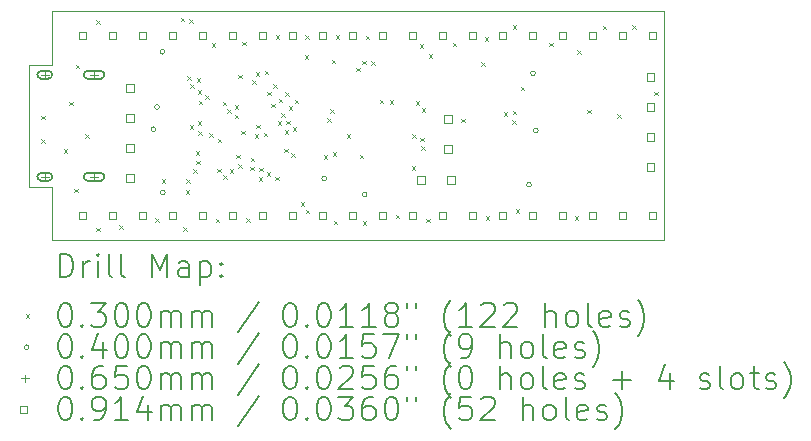
<source format=gbr>
%TF.GenerationSoftware,KiCad,Pcbnew,(6.0.7-1)-1*%
%TF.CreationDate,2022-09-08T10:24:58-04:00*%
%TF.ProjectId,F405_pill,46343035-5f70-4696-9c6c-2e6b69636164,rev?*%
%TF.SameCoordinates,Original*%
%TF.FileFunction,Drillmap*%
%TF.FilePolarity,Positive*%
%FSLAX45Y45*%
G04 Gerber Fmt 4.5, Leading zero omitted, Abs format (unit mm)*
G04 Created by KiCad (PCBNEW (6.0.7-1)-1) date 2022-09-08 10:24:58*
%MOMM*%
%LPD*%
G01*
G04 APERTURE LIST*
%ADD10C,0.040000*%
%ADD11C,0.200000*%
%ADD12C,0.030000*%
%ADD13C,0.065000*%
%ADD14C,0.091400*%
G04 APERTURE END LIST*
D10*
X14813197Y-9440790D02*
X14813197Y-7498829D01*
X9631190Y-7498829D02*
X9631190Y-7956095D01*
X9437275Y-7956095D02*
X9437275Y-8992313D01*
X9437275Y-8992313D02*
X9631190Y-8992313D01*
X9631190Y-7956095D02*
X9437275Y-7956095D01*
X9631190Y-8992313D02*
X9631190Y-9440790D01*
X14813197Y-7498829D02*
X9631190Y-7498829D01*
X9631190Y-9440790D02*
X14813197Y-9440790D01*
D11*
D12*
X9537000Y-8584000D02*
X9567000Y-8614000D01*
X9567000Y-8584000D02*
X9537000Y-8614000D01*
X9540000Y-8387000D02*
X9570000Y-8417000D01*
X9570000Y-8387000D02*
X9540000Y-8417000D01*
X9729357Y-8670327D02*
X9759357Y-8700327D01*
X9759357Y-8670327D02*
X9729357Y-8700327D01*
X9775750Y-8269000D02*
X9805750Y-8299000D01*
X9805750Y-8269000D02*
X9775750Y-8299000D01*
X9815501Y-9003499D02*
X9845501Y-9033499D01*
X9845501Y-9003499D02*
X9815501Y-9033499D01*
X9829000Y-7956000D02*
X9859000Y-7986000D01*
X9859000Y-7956000D02*
X9829000Y-7986000D01*
X9911000Y-8545000D02*
X9941000Y-8575000D01*
X9941000Y-8545000D02*
X9911000Y-8575000D01*
X10003200Y-7576200D02*
X10033200Y-7606200D01*
X10033200Y-7576200D02*
X10003200Y-7606200D01*
X10003200Y-9333930D02*
X10033200Y-9363930D01*
X10033200Y-9333930D02*
X10003200Y-9363930D01*
X10200000Y-9312000D02*
X10230000Y-9342000D01*
X10230000Y-9312000D02*
X10200000Y-9342000D01*
X10505000Y-9254000D02*
X10535000Y-9284000D01*
X10535000Y-9254000D02*
X10505000Y-9284000D01*
X10559100Y-8922900D02*
X10589100Y-8952900D01*
X10589100Y-8922900D02*
X10559100Y-8952900D01*
X10718000Y-7555000D02*
X10748000Y-7585000D01*
X10748000Y-7555000D02*
X10718000Y-7585000D01*
X10741000Y-9330000D02*
X10771000Y-9360000D01*
X10771000Y-9330000D02*
X10741000Y-9360000D01*
X10761000Y-9017000D02*
X10791000Y-9047000D01*
X10791000Y-9017000D02*
X10761000Y-9047000D01*
X10766400Y-8923300D02*
X10796400Y-8953300D01*
X10796400Y-8923300D02*
X10766400Y-8953300D01*
X10776000Y-8050450D02*
X10806000Y-8080450D01*
X10806000Y-8050450D02*
X10776000Y-8080450D01*
X10789912Y-7570912D02*
X10819912Y-7600912D01*
X10819912Y-7570912D02*
X10789912Y-7600912D01*
X10793900Y-8465800D02*
X10823900Y-8495800D01*
X10823900Y-8465800D02*
X10793900Y-8495800D01*
X10799000Y-8119764D02*
X10829000Y-8149764D01*
X10829000Y-8119764D02*
X10799000Y-8149764D01*
X10824000Y-8841000D02*
X10854000Y-8871000D01*
X10854000Y-8841000D02*
X10824000Y-8871000D01*
X10846400Y-8685800D02*
X10876400Y-8715800D01*
X10876400Y-8685800D02*
X10846400Y-8715800D01*
X10852000Y-8767000D02*
X10882000Y-8797000D01*
X10882000Y-8767000D02*
X10852000Y-8797000D01*
X10854000Y-8068000D02*
X10884000Y-8098000D01*
X10884000Y-8068000D02*
X10854000Y-8098000D01*
X10865000Y-8170000D02*
X10895000Y-8200000D01*
X10895000Y-8170000D02*
X10865000Y-8200000D01*
X10865000Y-8435000D02*
X10895000Y-8465000D01*
X10895000Y-8435000D02*
X10865000Y-8465000D01*
X10868900Y-8515800D02*
X10898900Y-8545800D01*
X10898900Y-8515800D02*
X10868900Y-8545800D01*
X10871400Y-8258300D02*
X10901400Y-8288300D01*
X10901400Y-8258300D02*
X10871400Y-8288300D01*
X10928000Y-8211000D02*
X10958000Y-8241000D01*
X10958000Y-8211000D02*
X10928000Y-8241000D01*
X10962238Y-8534962D02*
X10992238Y-8564962D01*
X10992238Y-8534962D02*
X10962238Y-8564962D01*
X10982209Y-7770556D02*
X11012209Y-7800556D01*
X11012209Y-7770556D02*
X10982209Y-7800556D01*
X11016000Y-9258000D02*
X11046000Y-9288000D01*
X11046000Y-9258000D02*
X11016000Y-9288000D01*
X11028850Y-8835000D02*
X11058850Y-8865000D01*
X11058850Y-8835000D02*
X11028850Y-8865000D01*
X11033330Y-8582670D02*
X11063330Y-8612670D01*
X11063330Y-8582670D02*
X11033330Y-8612670D01*
X11073050Y-8267000D02*
X11103050Y-8297000D01*
X11103050Y-8267000D02*
X11073050Y-8297000D01*
X11081000Y-8891000D02*
X11111000Y-8921000D01*
X11111000Y-8891000D02*
X11081000Y-8921000D01*
X11114000Y-8332000D02*
X11144000Y-8362000D01*
X11144000Y-8332000D02*
X11114000Y-8362000D01*
X11135000Y-8838000D02*
X11165000Y-8868000D01*
X11165000Y-8838000D02*
X11135000Y-8868000D01*
X11176884Y-8295266D02*
X11206884Y-8325266D01*
X11206884Y-8295266D02*
X11176884Y-8325266D01*
X11177000Y-8377000D02*
X11207000Y-8407000D01*
X11207000Y-8377000D02*
X11177000Y-8407000D01*
X11187000Y-8717000D02*
X11217000Y-8747000D01*
X11217000Y-8717000D02*
X11187000Y-8747000D01*
X11203900Y-8795800D02*
X11233900Y-8825800D01*
X11233900Y-8795800D02*
X11203900Y-8825800D01*
X11208000Y-8040000D02*
X11238000Y-8070000D01*
X11238000Y-8040000D02*
X11208000Y-8070000D01*
X11231000Y-8515000D02*
X11261000Y-8545000D01*
X11261000Y-8515000D02*
X11231000Y-8545000D01*
X11241000Y-7758000D02*
X11271000Y-7788000D01*
X11271000Y-7758000D02*
X11241000Y-7788000D01*
X11275000Y-9254000D02*
X11305000Y-9284000D01*
X11305000Y-9254000D02*
X11275000Y-9284000D01*
X11309150Y-8818000D02*
X11339150Y-8848000D01*
X11339150Y-8818000D02*
X11309150Y-8848000D01*
X11311400Y-8743300D02*
X11341400Y-8773300D01*
X11341400Y-8743300D02*
X11311400Y-8773300D01*
X11326400Y-8085800D02*
X11356400Y-8115800D01*
X11356400Y-8085800D02*
X11326400Y-8115800D01*
X11347000Y-8545000D02*
X11377000Y-8575000D01*
X11377000Y-8545000D02*
X11347000Y-8575000D01*
X11355000Y-8016000D02*
X11385000Y-8046000D01*
X11385000Y-8016000D02*
X11355000Y-8046000D01*
X11358200Y-8461200D02*
X11388200Y-8491200D01*
X11388200Y-8461200D02*
X11358200Y-8491200D01*
X11379539Y-8906027D02*
X11409539Y-8936027D01*
X11409539Y-8906027D02*
X11379539Y-8936027D01*
X11383000Y-8828000D02*
X11413000Y-8858000D01*
X11413000Y-8828000D02*
X11383000Y-8858000D01*
X11420700Y-8531200D02*
X11450700Y-8561200D01*
X11450700Y-8531200D02*
X11420700Y-8561200D01*
X11428965Y-8003965D02*
X11458965Y-8033965D01*
X11458965Y-8003965D02*
X11428965Y-8033965D01*
X11449000Y-8866550D02*
X11479000Y-8896550D01*
X11479000Y-8866550D02*
X11449000Y-8896550D01*
X11453000Y-8185000D02*
X11483000Y-8215000D01*
X11483000Y-8185000D02*
X11453000Y-8215000D01*
X11484000Y-8286000D02*
X11514000Y-8316000D01*
X11514000Y-8286000D02*
X11484000Y-8316000D01*
X11501000Y-8119000D02*
X11531000Y-8149000D01*
X11531000Y-8119000D02*
X11501000Y-8149000D01*
X11519000Y-8902000D02*
X11549000Y-8932000D01*
X11549000Y-8902000D02*
X11519000Y-8932000D01*
X11524000Y-7703000D02*
X11554000Y-7733000D01*
X11554000Y-7703000D02*
X11524000Y-7733000D01*
X11539000Y-8434000D02*
X11569000Y-8464000D01*
X11569000Y-8434000D02*
X11539000Y-8464000D01*
X11549000Y-8241000D02*
X11579000Y-8271000D01*
X11579000Y-8241000D02*
X11549000Y-8271000D01*
X11568900Y-8363300D02*
X11598900Y-8393300D01*
X11598900Y-8363300D02*
X11568900Y-8393300D01*
X11594499Y-8666501D02*
X11624499Y-8696501D01*
X11624499Y-8666501D02*
X11594499Y-8696501D01*
X11601000Y-8508050D02*
X11631000Y-8538050D01*
X11631000Y-8508050D02*
X11601000Y-8538050D01*
X11602000Y-8188781D02*
X11632000Y-8218781D01*
X11632000Y-8188781D02*
X11602000Y-8218781D01*
X11611400Y-8430350D02*
X11641400Y-8460350D01*
X11641400Y-8430350D02*
X11611400Y-8460350D01*
X11633900Y-8305800D02*
X11663900Y-8335800D01*
X11663900Y-8305800D02*
X11633900Y-8335800D01*
X11655898Y-8706102D02*
X11685898Y-8736102D01*
X11685898Y-8706102D02*
X11655898Y-8736102D01*
X11668900Y-8482800D02*
X11698900Y-8512800D01*
X11698900Y-8482800D02*
X11668900Y-8512800D01*
X11686000Y-8250000D02*
X11716000Y-8280000D01*
X11716000Y-8250000D02*
X11686000Y-8280000D01*
X11737000Y-9117000D02*
X11767000Y-9147000D01*
X11767000Y-9117000D02*
X11737000Y-9147000D01*
X11768107Y-7875000D02*
X11798107Y-7905000D01*
X11798107Y-7875000D02*
X11768107Y-7905000D01*
X11775000Y-7703000D02*
X11805000Y-7733000D01*
X11805000Y-7703000D02*
X11775000Y-7733000D01*
X11779000Y-9183000D02*
X11809000Y-9213000D01*
X11809000Y-9183000D02*
X11779000Y-9213000D01*
X11928200Y-8721200D02*
X11958200Y-8751200D01*
X11958200Y-8721200D02*
X11928200Y-8751200D01*
X11958900Y-8405800D02*
X11988900Y-8435800D01*
X11988900Y-8405800D02*
X11958900Y-8435800D01*
X11983000Y-8330000D02*
X12013000Y-8360000D01*
X12013000Y-8330000D02*
X11983000Y-8360000D01*
X11998000Y-7913000D02*
X12028000Y-7943000D01*
X12028000Y-7913000D02*
X11998000Y-7943000D01*
X12005000Y-8694150D02*
X12035000Y-8724150D01*
X12035000Y-8694150D02*
X12005000Y-8724150D01*
X12013680Y-9276320D02*
X12043680Y-9306320D01*
X12043680Y-9276320D02*
X12013680Y-9306320D01*
X12031000Y-7707000D02*
X12061000Y-7737000D01*
X12061000Y-7707000D02*
X12031000Y-7737000D01*
X12125000Y-8545000D02*
X12155000Y-8575000D01*
X12155000Y-8545000D02*
X12125000Y-8575000D01*
X12203000Y-7978350D02*
X12233000Y-8008350D01*
X12233000Y-7978350D02*
X12203000Y-8008350D01*
X12233000Y-8715000D02*
X12263000Y-8745000D01*
X12263000Y-8715000D02*
X12233000Y-8745000D01*
X12254000Y-7921000D02*
X12284000Y-7951000D01*
X12284000Y-7921000D02*
X12254000Y-7951000D01*
X12259000Y-9279050D02*
X12289000Y-9309050D01*
X12289000Y-9279050D02*
X12259000Y-9309050D01*
X12285000Y-7710000D02*
X12315000Y-7740000D01*
X12315000Y-7710000D02*
X12285000Y-7740000D01*
X12332000Y-7927000D02*
X12362000Y-7957000D01*
X12362000Y-7927000D02*
X12332000Y-7957000D01*
X12406000Y-8252000D02*
X12436000Y-8282000D01*
X12436000Y-8252000D02*
X12406000Y-8282000D01*
X12487000Y-8253000D02*
X12517000Y-8283000D01*
X12517000Y-8253000D02*
X12487000Y-8283000D01*
X12538000Y-9226000D02*
X12568000Y-9256000D01*
X12568000Y-9226000D02*
X12538000Y-9256000D01*
X12674000Y-8812000D02*
X12704000Y-8842000D01*
X12704000Y-8812000D02*
X12674000Y-8842000D01*
X12680000Y-8540950D02*
X12710000Y-8570950D01*
X12710000Y-8540950D02*
X12680000Y-8570950D01*
X12708000Y-8263000D02*
X12738000Y-8293000D01*
X12738000Y-8263000D02*
X12708000Y-8293000D01*
X12742000Y-7781000D02*
X12772000Y-7811000D01*
X12772000Y-7781000D02*
X12742000Y-7811000D01*
X12747000Y-8571000D02*
X12777000Y-8601000D01*
X12777000Y-8571000D02*
X12747000Y-8601000D01*
X12755000Y-8645000D02*
X12785000Y-8675000D01*
X12785000Y-8645000D02*
X12755000Y-8675000D01*
X12758000Y-8323000D02*
X12788000Y-8353000D01*
X12788000Y-8323000D02*
X12758000Y-8353000D01*
X12797000Y-9260000D02*
X12827000Y-9290000D01*
X12827000Y-9260000D02*
X12797000Y-9290000D01*
X12820000Y-7866000D02*
X12850000Y-7896000D01*
X12850000Y-7866000D02*
X12820000Y-7896000D01*
X13021000Y-7769000D02*
X13051000Y-7799000D01*
X13051000Y-7769000D02*
X13021000Y-7799000D01*
X13094000Y-8410000D02*
X13124000Y-8440000D01*
X13124000Y-8410000D02*
X13094000Y-8440000D01*
X13265000Y-7935000D02*
X13295000Y-7965000D01*
X13295000Y-7935000D02*
X13265000Y-7965000D01*
X13295000Y-7722000D02*
X13325000Y-7752000D01*
X13325000Y-7722000D02*
X13295000Y-7752000D01*
X13302000Y-9239000D02*
X13332000Y-9269000D01*
X13332000Y-9239000D02*
X13302000Y-9269000D01*
X13455000Y-8355000D02*
X13485000Y-8385000D01*
X13485000Y-8355000D02*
X13455000Y-8385000D01*
X13525000Y-8425000D02*
X13555000Y-8455000D01*
X13555000Y-8425000D02*
X13525000Y-8455000D01*
X13529000Y-7621000D02*
X13559000Y-7651000D01*
X13559000Y-7621000D02*
X13529000Y-7651000D01*
X13532000Y-8346000D02*
X13562000Y-8376000D01*
X13562000Y-8346000D02*
X13532000Y-8376000D01*
X13555000Y-9176000D02*
X13585000Y-9206000D01*
X13585000Y-9176000D02*
X13555000Y-9206000D01*
X13599066Y-8139066D02*
X13629066Y-8169066D01*
X13629066Y-8139066D02*
X13599066Y-8169066D01*
X13841000Y-7767000D02*
X13871000Y-7797000D01*
X13871000Y-7767000D02*
X13841000Y-7797000D01*
X14055000Y-9237000D02*
X14085000Y-9267000D01*
X14085000Y-9237000D02*
X14055000Y-9267000D01*
X14078200Y-7830200D02*
X14108200Y-7860200D01*
X14108200Y-7830200D02*
X14078200Y-7860200D01*
X14163200Y-8336200D02*
X14193200Y-8366200D01*
X14193200Y-8336200D02*
X14163200Y-8366200D01*
X14294000Y-7626000D02*
X14324000Y-7656000D01*
X14324000Y-7626000D02*
X14294000Y-7656000D01*
X14415000Y-8375000D02*
X14445000Y-8405000D01*
X14445000Y-8375000D02*
X14415000Y-8405000D01*
X14542000Y-7622000D02*
X14572000Y-7652000D01*
X14572000Y-7622000D02*
X14542000Y-7652000D01*
X14728000Y-8185000D02*
X14758000Y-8215000D01*
X14758000Y-8185000D02*
X14728000Y-8215000D01*
D10*
X10507600Y-8501300D02*
G75*
G03*
X10507600Y-8501300I-20000J0D01*
G01*
X10538200Y-8311200D02*
G75*
G03*
X10538200Y-8311200I-20000J0D01*
G01*
X10583400Y-7845600D02*
G75*
G03*
X10583400Y-7845600I-20000J0D01*
G01*
X10586700Y-9035400D02*
G75*
G03*
X10586700Y-9035400I-20000J0D01*
G01*
X11953700Y-8919670D02*
G75*
G03*
X11953700Y-8919670I-20000J0D01*
G01*
X12296600Y-9052100D02*
G75*
G03*
X12296600Y-9052100I-20000J0D01*
G01*
X13688200Y-8971200D02*
G75*
G03*
X13688200Y-8971200I-20000J0D01*
G01*
X13721663Y-8027066D02*
G75*
G03*
X13721663Y-8027066I-20000J0D01*
G01*
X13745000Y-8512600D02*
G75*
G03*
X13745000Y-8512600I-20000J0D01*
G01*
D13*
X9568200Y-8006700D02*
X9568200Y-8071700D01*
X9535700Y-8039200D02*
X9600700Y-8039200D01*
D11*
X9598200Y-8006700D02*
X9538200Y-8006700D01*
X9598200Y-8071700D02*
X9538200Y-8071700D01*
X9538200Y-8006700D02*
G75*
G03*
X9538200Y-8071700I0J-32500D01*
G01*
X9598200Y-8071700D02*
G75*
G03*
X9598200Y-8006700I0J32500D01*
G01*
D13*
X9568200Y-8870700D02*
X9568200Y-8935700D01*
X9535700Y-8903200D02*
X9600700Y-8903200D01*
D11*
X9598200Y-8870700D02*
X9538200Y-8870700D01*
X9598200Y-8935700D02*
X9538200Y-8935700D01*
X9538200Y-8870700D02*
G75*
G03*
X9538200Y-8935700I0J-32500D01*
G01*
X9598200Y-8935700D02*
G75*
G03*
X9598200Y-8870700I0J32500D01*
G01*
D13*
X9986200Y-8006700D02*
X9986200Y-8071700D01*
X9953700Y-8039200D02*
X10018700Y-8039200D01*
D11*
X10041200Y-8006700D02*
X9931200Y-8006700D01*
X10041200Y-8071700D02*
X9931200Y-8071700D01*
X9931200Y-8006700D02*
G75*
G03*
X9931200Y-8071700I0J-32500D01*
G01*
X10041200Y-8071700D02*
G75*
G03*
X10041200Y-8006700I0J32500D01*
G01*
D13*
X9986200Y-8870700D02*
X9986200Y-8935700D01*
X9953700Y-8903200D02*
X10018700Y-8903200D01*
D11*
X10041200Y-8870700D02*
X9931200Y-8870700D01*
X10041200Y-8935700D02*
X9931200Y-8935700D01*
X9931200Y-8870700D02*
G75*
G03*
X9931200Y-8935700I0J-32500D01*
G01*
X10041200Y-8935700D02*
G75*
G03*
X10041200Y-8870700I0J32500D01*
G01*
D14*
X9921015Y-7738015D02*
X9921015Y-7673385D01*
X9856385Y-7673385D01*
X9856385Y-7738015D01*
X9921015Y-7738015D01*
X9921015Y-9262015D02*
X9921015Y-9197385D01*
X9856385Y-9197385D01*
X9856385Y-9262015D01*
X9921015Y-9262015D01*
X10175015Y-7738015D02*
X10175015Y-7673385D01*
X10110385Y-7673385D01*
X10110385Y-7738015D01*
X10175015Y-7738015D01*
X10175015Y-9262015D02*
X10175015Y-9197385D01*
X10110385Y-9197385D01*
X10110385Y-9262015D01*
X10175015Y-9262015D01*
X10320515Y-8182515D02*
X10320515Y-8117885D01*
X10255885Y-8117885D01*
X10255885Y-8182515D01*
X10320515Y-8182515D01*
X10320515Y-8436515D02*
X10320515Y-8371885D01*
X10255885Y-8371885D01*
X10255885Y-8436515D01*
X10320515Y-8436515D01*
X10320515Y-8690515D02*
X10320515Y-8625885D01*
X10255885Y-8625885D01*
X10255885Y-8690515D01*
X10320515Y-8690515D01*
X10320515Y-8944515D02*
X10320515Y-8879885D01*
X10255885Y-8879885D01*
X10255885Y-8944515D01*
X10320515Y-8944515D01*
X10429015Y-7738015D02*
X10429015Y-7673385D01*
X10364385Y-7673385D01*
X10364385Y-7738015D01*
X10429015Y-7738015D01*
X10429015Y-9262015D02*
X10429015Y-9197385D01*
X10364385Y-9197385D01*
X10364385Y-9262015D01*
X10429015Y-9262015D01*
X10683015Y-7738015D02*
X10683015Y-7673385D01*
X10618385Y-7673385D01*
X10618385Y-7738015D01*
X10683015Y-7738015D01*
X10683015Y-9262015D02*
X10683015Y-9197385D01*
X10618385Y-9197385D01*
X10618385Y-9262015D01*
X10683015Y-9262015D01*
X10937015Y-7738015D02*
X10937015Y-7673385D01*
X10872385Y-7673385D01*
X10872385Y-7738015D01*
X10937015Y-7738015D01*
X10937015Y-9262015D02*
X10937015Y-9197385D01*
X10872385Y-9197385D01*
X10872385Y-9262015D01*
X10937015Y-9262015D01*
X11191015Y-7738015D02*
X11191015Y-7673385D01*
X11126385Y-7673385D01*
X11126385Y-7738015D01*
X11191015Y-7738015D01*
X11191015Y-9262015D02*
X11191015Y-9197385D01*
X11126385Y-9197385D01*
X11126385Y-9262015D01*
X11191015Y-9262015D01*
X11442655Y-9263014D02*
X11442655Y-9198384D01*
X11378024Y-9198384D01*
X11378024Y-9263014D01*
X11442655Y-9263014D01*
X11445015Y-7738015D02*
X11445015Y-7673385D01*
X11380385Y-7673385D01*
X11380385Y-7738015D01*
X11445015Y-7738015D01*
X11699015Y-7738015D02*
X11699015Y-7673385D01*
X11634385Y-7673385D01*
X11634385Y-7738015D01*
X11699015Y-7738015D01*
X11699015Y-9262015D02*
X11699015Y-9197385D01*
X11634385Y-9197385D01*
X11634385Y-9262015D01*
X11699015Y-9262015D01*
X11953015Y-7738015D02*
X11953015Y-7673385D01*
X11888385Y-7673385D01*
X11888385Y-7738015D01*
X11953015Y-7738015D01*
X11953015Y-9262015D02*
X11953015Y-9197385D01*
X11888385Y-9197385D01*
X11888385Y-9262015D01*
X11953015Y-9262015D01*
X12207015Y-7738015D02*
X12207015Y-7673385D01*
X12142385Y-7673385D01*
X12142385Y-7738015D01*
X12207015Y-7738015D01*
X12207015Y-9262015D02*
X12207015Y-9197385D01*
X12142385Y-9197385D01*
X12142385Y-9262015D01*
X12207015Y-9262015D01*
X12461015Y-7738015D02*
X12461015Y-7673385D01*
X12396385Y-7673385D01*
X12396385Y-7738015D01*
X12461015Y-7738015D01*
X12461015Y-9262015D02*
X12461015Y-9197385D01*
X12396385Y-9197385D01*
X12396385Y-9262015D01*
X12461015Y-9262015D01*
X12715015Y-7738015D02*
X12715015Y-7673385D01*
X12650385Y-7673385D01*
X12650385Y-7738015D01*
X12715015Y-7738015D01*
X12715015Y-9262015D02*
X12715015Y-9197385D01*
X12650385Y-9197385D01*
X12650385Y-9262015D01*
X12715015Y-9262015D01*
X12785315Y-8962315D02*
X12785315Y-8897685D01*
X12720685Y-8897685D01*
X12720685Y-8962315D01*
X12785315Y-8962315D01*
X12969015Y-7738015D02*
X12969015Y-7673385D01*
X12904385Y-7673385D01*
X12904385Y-7738015D01*
X12969015Y-7738015D01*
X12969015Y-9262015D02*
X12969015Y-9197385D01*
X12904385Y-9197385D01*
X12904385Y-9262015D01*
X12969015Y-9262015D01*
X13012315Y-8445315D02*
X13012315Y-8380685D01*
X12947685Y-8380685D01*
X12947685Y-8445315D01*
X13012315Y-8445315D01*
X13012315Y-8699315D02*
X13012315Y-8634685D01*
X12947685Y-8634685D01*
X12947685Y-8699315D01*
X13012315Y-8699315D01*
X13039315Y-8962315D02*
X13039315Y-8897685D01*
X12974685Y-8897685D01*
X12974685Y-8962315D01*
X13039315Y-8962315D01*
X13223015Y-7738015D02*
X13223015Y-7673385D01*
X13158385Y-7673385D01*
X13158385Y-7738015D01*
X13223015Y-7738015D01*
X13223015Y-9262015D02*
X13223015Y-9197385D01*
X13158385Y-9197385D01*
X13158385Y-9262015D01*
X13223015Y-9262015D01*
X13477015Y-7738015D02*
X13477015Y-7673385D01*
X13412385Y-7673385D01*
X13412385Y-7738015D01*
X13477015Y-7738015D01*
X13477015Y-9262015D02*
X13477015Y-9197385D01*
X13412385Y-9197385D01*
X13412385Y-9262015D01*
X13477015Y-9262015D01*
X13731015Y-7738015D02*
X13731015Y-7673385D01*
X13666385Y-7673385D01*
X13666385Y-7738015D01*
X13731015Y-7738015D01*
X13731015Y-9262015D02*
X13731015Y-9197385D01*
X13666385Y-9197385D01*
X13666385Y-9262015D01*
X13731015Y-9262015D01*
X13985015Y-7738015D02*
X13985015Y-7673385D01*
X13920385Y-7673385D01*
X13920385Y-7738015D01*
X13985015Y-7738015D01*
X13985015Y-9262015D02*
X13985015Y-9197385D01*
X13920385Y-9197385D01*
X13920385Y-9262015D01*
X13985015Y-9262015D01*
X14239015Y-7738015D02*
X14239015Y-7673385D01*
X14174385Y-7673385D01*
X14174385Y-7738015D01*
X14239015Y-7738015D01*
X14239015Y-9262015D02*
X14239015Y-9197385D01*
X14174385Y-9197385D01*
X14174385Y-9262015D01*
X14239015Y-9262015D01*
X14493015Y-7738015D02*
X14493015Y-7673385D01*
X14428385Y-7673385D01*
X14428385Y-7738015D01*
X14493015Y-7738015D01*
X14493015Y-9262015D02*
X14493015Y-9197385D01*
X14428385Y-9197385D01*
X14428385Y-9262015D01*
X14493015Y-9262015D01*
X14730515Y-8092515D02*
X14730515Y-8027885D01*
X14665885Y-8027885D01*
X14665885Y-8092515D01*
X14730515Y-8092515D01*
X14730515Y-8346515D02*
X14730515Y-8281885D01*
X14665885Y-8281885D01*
X14665885Y-8346515D01*
X14730515Y-8346515D01*
X14730515Y-8600515D02*
X14730515Y-8535885D01*
X14665885Y-8535885D01*
X14665885Y-8600515D01*
X14730515Y-8600515D01*
X14730515Y-8854515D02*
X14730515Y-8789885D01*
X14665885Y-8789885D01*
X14665885Y-8854515D01*
X14730515Y-8854515D01*
X14747015Y-7738015D02*
X14747015Y-7673385D01*
X14682385Y-7673385D01*
X14682385Y-7738015D01*
X14747015Y-7738015D01*
X14747015Y-9262015D02*
X14747015Y-9197385D01*
X14682385Y-9197385D01*
X14682385Y-9262015D01*
X14747015Y-9262015D01*
D11*
X9692894Y-9753266D02*
X9692894Y-9553266D01*
X9740513Y-9553266D01*
X9769084Y-9562790D01*
X9788132Y-9581838D01*
X9797656Y-9600886D01*
X9807180Y-9638981D01*
X9807180Y-9667552D01*
X9797656Y-9705647D01*
X9788132Y-9724695D01*
X9769084Y-9743743D01*
X9740513Y-9753266D01*
X9692894Y-9753266D01*
X9892894Y-9753266D02*
X9892894Y-9619933D01*
X9892894Y-9658028D02*
X9902418Y-9638981D01*
X9911942Y-9629457D01*
X9930989Y-9619933D01*
X9950037Y-9619933D01*
X10016703Y-9753266D02*
X10016703Y-9619933D01*
X10016703Y-9553266D02*
X10007180Y-9562790D01*
X10016703Y-9572314D01*
X10026227Y-9562790D01*
X10016703Y-9553266D01*
X10016703Y-9572314D01*
X10140513Y-9753266D02*
X10121465Y-9743743D01*
X10111942Y-9724695D01*
X10111942Y-9553266D01*
X10245275Y-9753266D02*
X10226227Y-9743743D01*
X10216703Y-9724695D01*
X10216703Y-9553266D01*
X10473846Y-9753266D02*
X10473846Y-9553266D01*
X10540513Y-9696124D01*
X10607180Y-9553266D01*
X10607180Y-9753266D01*
X10788132Y-9753266D02*
X10788132Y-9648505D01*
X10778608Y-9629457D01*
X10759561Y-9619933D01*
X10721465Y-9619933D01*
X10702418Y-9629457D01*
X10788132Y-9743743D02*
X10769084Y-9753266D01*
X10721465Y-9753266D01*
X10702418Y-9743743D01*
X10692894Y-9724695D01*
X10692894Y-9705647D01*
X10702418Y-9686600D01*
X10721465Y-9677076D01*
X10769084Y-9677076D01*
X10788132Y-9667552D01*
X10883370Y-9619933D02*
X10883370Y-9819933D01*
X10883370Y-9629457D02*
X10902418Y-9619933D01*
X10940513Y-9619933D01*
X10959561Y-9629457D01*
X10969084Y-9638981D01*
X10978608Y-9658028D01*
X10978608Y-9715171D01*
X10969084Y-9734219D01*
X10959561Y-9743743D01*
X10940513Y-9753266D01*
X10902418Y-9753266D01*
X10883370Y-9743743D01*
X11064323Y-9734219D02*
X11073846Y-9743743D01*
X11064323Y-9753266D01*
X11054799Y-9743743D01*
X11064323Y-9734219D01*
X11064323Y-9753266D01*
X11064323Y-9629457D02*
X11073846Y-9638981D01*
X11064323Y-9648505D01*
X11054799Y-9638981D01*
X11064323Y-9629457D01*
X11064323Y-9648505D01*
D12*
X9405275Y-10067790D02*
X9435275Y-10097790D01*
X9435275Y-10067790D02*
X9405275Y-10097790D01*
D11*
X9730989Y-9973266D02*
X9750037Y-9973266D01*
X9769084Y-9982790D01*
X9778608Y-9992314D01*
X9788132Y-10011362D01*
X9797656Y-10049457D01*
X9797656Y-10097076D01*
X9788132Y-10135171D01*
X9778608Y-10154219D01*
X9769084Y-10163743D01*
X9750037Y-10173266D01*
X9730989Y-10173266D01*
X9711942Y-10163743D01*
X9702418Y-10154219D01*
X9692894Y-10135171D01*
X9683370Y-10097076D01*
X9683370Y-10049457D01*
X9692894Y-10011362D01*
X9702418Y-9992314D01*
X9711942Y-9982790D01*
X9730989Y-9973266D01*
X9883370Y-10154219D02*
X9892894Y-10163743D01*
X9883370Y-10173266D01*
X9873846Y-10163743D01*
X9883370Y-10154219D01*
X9883370Y-10173266D01*
X9959561Y-9973266D02*
X10083370Y-9973266D01*
X10016703Y-10049457D01*
X10045275Y-10049457D01*
X10064323Y-10058981D01*
X10073846Y-10068505D01*
X10083370Y-10087552D01*
X10083370Y-10135171D01*
X10073846Y-10154219D01*
X10064323Y-10163743D01*
X10045275Y-10173266D01*
X9988132Y-10173266D01*
X9969084Y-10163743D01*
X9959561Y-10154219D01*
X10207180Y-9973266D02*
X10226227Y-9973266D01*
X10245275Y-9982790D01*
X10254799Y-9992314D01*
X10264323Y-10011362D01*
X10273846Y-10049457D01*
X10273846Y-10097076D01*
X10264323Y-10135171D01*
X10254799Y-10154219D01*
X10245275Y-10163743D01*
X10226227Y-10173266D01*
X10207180Y-10173266D01*
X10188132Y-10163743D01*
X10178608Y-10154219D01*
X10169084Y-10135171D01*
X10159561Y-10097076D01*
X10159561Y-10049457D01*
X10169084Y-10011362D01*
X10178608Y-9992314D01*
X10188132Y-9982790D01*
X10207180Y-9973266D01*
X10397656Y-9973266D02*
X10416703Y-9973266D01*
X10435751Y-9982790D01*
X10445275Y-9992314D01*
X10454799Y-10011362D01*
X10464323Y-10049457D01*
X10464323Y-10097076D01*
X10454799Y-10135171D01*
X10445275Y-10154219D01*
X10435751Y-10163743D01*
X10416703Y-10173266D01*
X10397656Y-10173266D01*
X10378608Y-10163743D01*
X10369084Y-10154219D01*
X10359561Y-10135171D01*
X10350037Y-10097076D01*
X10350037Y-10049457D01*
X10359561Y-10011362D01*
X10369084Y-9992314D01*
X10378608Y-9982790D01*
X10397656Y-9973266D01*
X10550037Y-10173266D02*
X10550037Y-10039933D01*
X10550037Y-10058981D02*
X10559561Y-10049457D01*
X10578608Y-10039933D01*
X10607180Y-10039933D01*
X10626227Y-10049457D01*
X10635751Y-10068505D01*
X10635751Y-10173266D01*
X10635751Y-10068505D02*
X10645275Y-10049457D01*
X10664323Y-10039933D01*
X10692894Y-10039933D01*
X10711942Y-10049457D01*
X10721465Y-10068505D01*
X10721465Y-10173266D01*
X10816703Y-10173266D02*
X10816703Y-10039933D01*
X10816703Y-10058981D02*
X10826227Y-10049457D01*
X10845275Y-10039933D01*
X10873846Y-10039933D01*
X10892894Y-10049457D01*
X10902418Y-10068505D01*
X10902418Y-10173266D01*
X10902418Y-10068505D02*
X10911942Y-10049457D01*
X10930989Y-10039933D01*
X10959561Y-10039933D01*
X10978608Y-10049457D01*
X10988132Y-10068505D01*
X10988132Y-10173266D01*
X11378608Y-9963743D02*
X11207180Y-10220886D01*
X11635751Y-9973266D02*
X11654799Y-9973266D01*
X11673846Y-9982790D01*
X11683370Y-9992314D01*
X11692894Y-10011362D01*
X11702418Y-10049457D01*
X11702418Y-10097076D01*
X11692894Y-10135171D01*
X11683370Y-10154219D01*
X11673846Y-10163743D01*
X11654799Y-10173266D01*
X11635751Y-10173266D01*
X11616703Y-10163743D01*
X11607180Y-10154219D01*
X11597656Y-10135171D01*
X11588132Y-10097076D01*
X11588132Y-10049457D01*
X11597656Y-10011362D01*
X11607180Y-9992314D01*
X11616703Y-9982790D01*
X11635751Y-9973266D01*
X11788132Y-10154219D02*
X11797656Y-10163743D01*
X11788132Y-10173266D01*
X11778608Y-10163743D01*
X11788132Y-10154219D01*
X11788132Y-10173266D01*
X11921465Y-9973266D02*
X11940513Y-9973266D01*
X11959561Y-9982790D01*
X11969084Y-9992314D01*
X11978608Y-10011362D01*
X11988132Y-10049457D01*
X11988132Y-10097076D01*
X11978608Y-10135171D01*
X11969084Y-10154219D01*
X11959561Y-10163743D01*
X11940513Y-10173266D01*
X11921465Y-10173266D01*
X11902418Y-10163743D01*
X11892894Y-10154219D01*
X11883370Y-10135171D01*
X11873846Y-10097076D01*
X11873846Y-10049457D01*
X11883370Y-10011362D01*
X11892894Y-9992314D01*
X11902418Y-9982790D01*
X11921465Y-9973266D01*
X12178608Y-10173266D02*
X12064322Y-10173266D01*
X12121465Y-10173266D02*
X12121465Y-9973266D01*
X12102418Y-10001838D01*
X12083370Y-10020886D01*
X12064322Y-10030409D01*
X12369084Y-10173266D02*
X12254799Y-10173266D01*
X12311941Y-10173266D02*
X12311941Y-9973266D01*
X12292894Y-10001838D01*
X12273846Y-10020886D01*
X12254799Y-10030409D01*
X12483370Y-10058981D02*
X12464322Y-10049457D01*
X12454799Y-10039933D01*
X12445275Y-10020886D01*
X12445275Y-10011362D01*
X12454799Y-9992314D01*
X12464322Y-9982790D01*
X12483370Y-9973266D01*
X12521465Y-9973266D01*
X12540513Y-9982790D01*
X12550037Y-9992314D01*
X12559561Y-10011362D01*
X12559561Y-10020886D01*
X12550037Y-10039933D01*
X12540513Y-10049457D01*
X12521465Y-10058981D01*
X12483370Y-10058981D01*
X12464322Y-10068505D01*
X12454799Y-10078028D01*
X12445275Y-10097076D01*
X12445275Y-10135171D01*
X12454799Y-10154219D01*
X12464322Y-10163743D01*
X12483370Y-10173266D01*
X12521465Y-10173266D01*
X12540513Y-10163743D01*
X12550037Y-10154219D01*
X12559561Y-10135171D01*
X12559561Y-10097076D01*
X12550037Y-10078028D01*
X12540513Y-10068505D01*
X12521465Y-10058981D01*
X12635751Y-9973266D02*
X12635751Y-10011362D01*
X12711941Y-9973266D02*
X12711941Y-10011362D01*
X13007180Y-10249457D02*
X12997656Y-10239933D01*
X12978608Y-10211362D01*
X12969084Y-10192314D01*
X12959561Y-10163743D01*
X12950037Y-10116124D01*
X12950037Y-10078028D01*
X12959561Y-10030409D01*
X12969084Y-10001838D01*
X12978608Y-9982790D01*
X12997656Y-9954219D01*
X13007180Y-9944695D01*
X13188132Y-10173266D02*
X13073846Y-10173266D01*
X13130989Y-10173266D02*
X13130989Y-9973266D01*
X13111941Y-10001838D01*
X13092894Y-10020886D01*
X13073846Y-10030409D01*
X13264322Y-9992314D02*
X13273846Y-9982790D01*
X13292894Y-9973266D01*
X13340513Y-9973266D01*
X13359561Y-9982790D01*
X13369084Y-9992314D01*
X13378608Y-10011362D01*
X13378608Y-10030409D01*
X13369084Y-10058981D01*
X13254799Y-10173266D01*
X13378608Y-10173266D01*
X13454799Y-9992314D02*
X13464322Y-9982790D01*
X13483370Y-9973266D01*
X13530989Y-9973266D01*
X13550037Y-9982790D01*
X13559561Y-9992314D01*
X13569084Y-10011362D01*
X13569084Y-10030409D01*
X13559561Y-10058981D01*
X13445275Y-10173266D01*
X13569084Y-10173266D01*
X13807180Y-10173266D02*
X13807180Y-9973266D01*
X13892894Y-10173266D02*
X13892894Y-10068505D01*
X13883370Y-10049457D01*
X13864322Y-10039933D01*
X13835751Y-10039933D01*
X13816703Y-10049457D01*
X13807180Y-10058981D01*
X14016703Y-10173266D02*
X13997656Y-10163743D01*
X13988132Y-10154219D01*
X13978608Y-10135171D01*
X13978608Y-10078028D01*
X13988132Y-10058981D01*
X13997656Y-10049457D01*
X14016703Y-10039933D01*
X14045275Y-10039933D01*
X14064322Y-10049457D01*
X14073846Y-10058981D01*
X14083370Y-10078028D01*
X14083370Y-10135171D01*
X14073846Y-10154219D01*
X14064322Y-10163743D01*
X14045275Y-10173266D01*
X14016703Y-10173266D01*
X14197656Y-10173266D02*
X14178608Y-10163743D01*
X14169084Y-10144695D01*
X14169084Y-9973266D01*
X14350037Y-10163743D02*
X14330989Y-10173266D01*
X14292894Y-10173266D01*
X14273846Y-10163743D01*
X14264322Y-10144695D01*
X14264322Y-10068505D01*
X14273846Y-10049457D01*
X14292894Y-10039933D01*
X14330989Y-10039933D01*
X14350037Y-10049457D01*
X14359561Y-10068505D01*
X14359561Y-10087552D01*
X14264322Y-10106600D01*
X14435751Y-10163743D02*
X14454799Y-10173266D01*
X14492894Y-10173266D01*
X14511941Y-10163743D01*
X14521465Y-10144695D01*
X14521465Y-10135171D01*
X14511941Y-10116124D01*
X14492894Y-10106600D01*
X14464322Y-10106600D01*
X14445275Y-10097076D01*
X14435751Y-10078028D01*
X14435751Y-10068505D01*
X14445275Y-10049457D01*
X14464322Y-10039933D01*
X14492894Y-10039933D01*
X14511941Y-10049457D01*
X14588132Y-10249457D02*
X14597656Y-10239933D01*
X14616703Y-10211362D01*
X14626227Y-10192314D01*
X14635751Y-10163743D01*
X14645275Y-10116124D01*
X14645275Y-10078028D01*
X14635751Y-10030409D01*
X14626227Y-10001838D01*
X14616703Y-9982790D01*
X14597656Y-9954219D01*
X14588132Y-9944695D01*
D10*
X9435275Y-10346790D02*
G75*
G03*
X9435275Y-10346790I-20000J0D01*
G01*
D11*
X9730989Y-10237266D02*
X9750037Y-10237266D01*
X9769084Y-10246790D01*
X9778608Y-10256314D01*
X9788132Y-10275362D01*
X9797656Y-10313457D01*
X9797656Y-10361076D01*
X9788132Y-10399171D01*
X9778608Y-10418219D01*
X9769084Y-10427743D01*
X9750037Y-10437266D01*
X9730989Y-10437266D01*
X9711942Y-10427743D01*
X9702418Y-10418219D01*
X9692894Y-10399171D01*
X9683370Y-10361076D01*
X9683370Y-10313457D01*
X9692894Y-10275362D01*
X9702418Y-10256314D01*
X9711942Y-10246790D01*
X9730989Y-10237266D01*
X9883370Y-10418219D02*
X9892894Y-10427743D01*
X9883370Y-10437266D01*
X9873846Y-10427743D01*
X9883370Y-10418219D01*
X9883370Y-10437266D01*
X10064323Y-10303933D02*
X10064323Y-10437266D01*
X10016703Y-10227743D02*
X9969084Y-10370600D01*
X10092894Y-10370600D01*
X10207180Y-10237266D02*
X10226227Y-10237266D01*
X10245275Y-10246790D01*
X10254799Y-10256314D01*
X10264323Y-10275362D01*
X10273846Y-10313457D01*
X10273846Y-10361076D01*
X10264323Y-10399171D01*
X10254799Y-10418219D01*
X10245275Y-10427743D01*
X10226227Y-10437266D01*
X10207180Y-10437266D01*
X10188132Y-10427743D01*
X10178608Y-10418219D01*
X10169084Y-10399171D01*
X10159561Y-10361076D01*
X10159561Y-10313457D01*
X10169084Y-10275362D01*
X10178608Y-10256314D01*
X10188132Y-10246790D01*
X10207180Y-10237266D01*
X10397656Y-10237266D02*
X10416703Y-10237266D01*
X10435751Y-10246790D01*
X10445275Y-10256314D01*
X10454799Y-10275362D01*
X10464323Y-10313457D01*
X10464323Y-10361076D01*
X10454799Y-10399171D01*
X10445275Y-10418219D01*
X10435751Y-10427743D01*
X10416703Y-10437266D01*
X10397656Y-10437266D01*
X10378608Y-10427743D01*
X10369084Y-10418219D01*
X10359561Y-10399171D01*
X10350037Y-10361076D01*
X10350037Y-10313457D01*
X10359561Y-10275362D01*
X10369084Y-10256314D01*
X10378608Y-10246790D01*
X10397656Y-10237266D01*
X10550037Y-10437266D02*
X10550037Y-10303933D01*
X10550037Y-10322981D02*
X10559561Y-10313457D01*
X10578608Y-10303933D01*
X10607180Y-10303933D01*
X10626227Y-10313457D01*
X10635751Y-10332505D01*
X10635751Y-10437266D01*
X10635751Y-10332505D02*
X10645275Y-10313457D01*
X10664323Y-10303933D01*
X10692894Y-10303933D01*
X10711942Y-10313457D01*
X10721465Y-10332505D01*
X10721465Y-10437266D01*
X10816703Y-10437266D02*
X10816703Y-10303933D01*
X10816703Y-10322981D02*
X10826227Y-10313457D01*
X10845275Y-10303933D01*
X10873846Y-10303933D01*
X10892894Y-10313457D01*
X10902418Y-10332505D01*
X10902418Y-10437266D01*
X10902418Y-10332505D02*
X10911942Y-10313457D01*
X10930989Y-10303933D01*
X10959561Y-10303933D01*
X10978608Y-10313457D01*
X10988132Y-10332505D01*
X10988132Y-10437266D01*
X11378608Y-10227743D02*
X11207180Y-10484886D01*
X11635751Y-10237266D02*
X11654799Y-10237266D01*
X11673846Y-10246790D01*
X11683370Y-10256314D01*
X11692894Y-10275362D01*
X11702418Y-10313457D01*
X11702418Y-10361076D01*
X11692894Y-10399171D01*
X11683370Y-10418219D01*
X11673846Y-10427743D01*
X11654799Y-10437266D01*
X11635751Y-10437266D01*
X11616703Y-10427743D01*
X11607180Y-10418219D01*
X11597656Y-10399171D01*
X11588132Y-10361076D01*
X11588132Y-10313457D01*
X11597656Y-10275362D01*
X11607180Y-10256314D01*
X11616703Y-10246790D01*
X11635751Y-10237266D01*
X11788132Y-10418219D02*
X11797656Y-10427743D01*
X11788132Y-10437266D01*
X11778608Y-10427743D01*
X11788132Y-10418219D01*
X11788132Y-10437266D01*
X11921465Y-10237266D02*
X11940513Y-10237266D01*
X11959561Y-10246790D01*
X11969084Y-10256314D01*
X11978608Y-10275362D01*
X11988132Y-10313457D01*
X11988132Y-10361076D01*
X11978608Y-10399171D01*
X11969084Y-10418219D01*
X11959561Y-10427743D01*
X11940513Y-10437266D01*
X11921465Y-10437266D01*
X11902418Y-10427743D01*
X11892894Y-10418219D01*
X11883370Y-10399171D01*
X11873846Y-10361076D01*
X11873846Y-10313457D01*
X11883370Y-10275362D01*
X11892894Y-10256314D01*
X11902418Y-10246790D01*
X11921465Y-10237266D01*
X12178608Y-10437266D02*
X12064322Y-10437266D01*
X12121465Y-10437266D02*
X12121465Y-10237266D01*
X12102418Y-10265838D01*
X12083370Y-10284886D01*
X12064322Y-10294409D01*
X12359561Y-10237266D02*
X12264322Y-10237266D01*
X12254799Y-10332505D01*
X12264322Y-10322981D01*
X12283370Y-10313457D01*
X12330989Y-10313457D01*
X12350037Y-10322981D01*
X12359561Y-10332505D01*
X12369084Y-10351552D01*
X12369084Y-10399171D01*
X12359561Y-10418219D01*
X12350037Y-10427743D01*
X12330989Y-10437266D01*
X12283370Y-10437266D01*
X12264322Y-10427743D01*
X12254799Y-10418219D01*
X12435751Y-10237266D02*
X12569084Y-10237266D01*
X12483370Y-10437266D01*
X12635751Y-10237266D02*
X12635751Y-10275362D01*
X12711941Y-10237266D02*
X12711941Y-10275362D01*
X13007180Y-10513457D02*
X12997656Y-10503933D01*
X12978608Y-10475362D01*
X12969084Y-10456314D01*
X12959561Y-10427743D01*
X12950037Y-10380124D01*
X12950037Y-10342028D01*
X12959561Y-10294409D01*
X12969084Y-10265838D01*
X12978608Y-10246790D01*
X12997656Y-10218219D01*
X13007180Y-10208695D01*
X13092894Y-10437266D02*
X13130989Y-10437266D01*
X13150037Y-10427743D01*
X13159561Y-10418219D01*
X13178608Y-10389647D01*
X13188132Y-10351552D01*
X13188132Y-10275362D01*
X13178608Y-10256314D01*
X13169084Y-10246790D01*
X13150037Y-10237266D01*
X13111941Y-10237266D01*
X13092894Y-10246790D01*
X13083370Y-10256314D01*
X13073846Y-10275362D01*
X13073846Y-10322981D01*
X13083370Y-10342028D01*
X13092894Y-10351552D01*
X13111941Y-10361076D01*
X13150037Y-10361076D01*
X13169084Y-10351552D01*
X13178608Y-10342028D01*
X13188132Y-10322981D01*
X13426227Y-10437266D02*
X13426227Y-10237266D01*
X13511941Y-10437266D02*
X13511941Y-10332505D01*
X13502418Y-10313457D01*
X13483370Y-10303933D01*
X13454799Y-10303933D01*
X13435751Y-10313457D01*
X13426227Y-10322981D01*
X13635751Y-10437266D02*
X13616703Y-10427743D01*
X13607180Y-10418219D01*
X13597656Y-10399171D01*
X13597656Y-10342028D01*
X13607180Y-10322981D01*
X13616703Y-10313457D01*
X13635751Y-10303933D01*
X13664322Y-10303933D01*
X13683370Y-10313457D01*
X13692894Y-10322981D01*
X13702418Y-10342028D01*
X13702418Y-10399171D01*
X13692894Y-10418219D01*
X13683370Y-10427743D01*
X13664322Y-10437266D01*
X13635751Y-10437266D01*
X13816703Y-10437266D02*
X13797656Y-10427743D01*
X13788132Y-10408695D01*
X13788132Y-10237266D01*
X13969084Y-10427743D02*
X13950037Y-10437266D01*
X13911941Y-10437266D01*
X13892894Y-10427743D01*
X13883370Y-10408695D01*
X13883370Y-10332505D01*
X13892894Y-10313457D01*
X13911941Y-10303933D01*
X13950037Y-10303933D01*
X13969084Y-10313457D01*
X13978608Y-10332505D01*
X13978608Y-10351552D01*
X13883370Y-10370600D01*
X14054799Y-10427743D02*
X14073846Y-10437266D01*
X14111941Y-10437266D01*
X14130989Y-10427743D01*
X14140513Y-10408695D01*
X14140513Y-10399171D01*
X14130989Y-10380124D01*
X14111941Y-10370600D01*
X14083370Y-10370600D01*
X14064322Y-10361076D01*
X14054799Y-10342028D01*
X14054799Y-10332505D01*
X14064322Y-10313457D01*
X14083370Y-10303933D01*
X14111941Y-10303933D01*
X14130989Y-10313457D01*
X14207180Y-10513457D02*
X14216703Y-10503933D01*
X14235751Y-10475362D01*
X14245275Y-10456314D01*
X14254799Y-10427743D01*
X14264322Y-10380124D01*
X14264322Y-10342028D01*
X14254799Y-10294409D01*
X14245275Y-10265838D01*
X14235751Y-10246790D01*
X14216703Y-10218219D01*
X14207180Y-10208695D01*
D13*
X9402775Y-10578290D02*
X9402775Y-10643290D01*
X9370275Y-10610790D02*
X9435275Y-10610790D01*
D11*
X9730989Y-10501266D02*
X9750037Y-10501266D01*
X9769084Y-10510790D01*
X9778608Y-10520314D01*
X9788132Y-10539362D01*
X9797656Y-10577457D01*
X9797656Y-10625076D01*
X9788132Y-10663171D01*
X9778608Y-10682219D01*
X9769084Y-10691743D01*
X9750037Y-10701266D01*
X9730989Y-10701266D01*
X9711942Y-10691743D01*
X9702418Y-10682219D01*
X9692894Y-10663171D01*
X9683370Y-10625076D01*
X9683370Y-10577457D01*
X9692894Y-10539362D01*
X9702418Y-10520314D01*
X9711942Y-10510790D01*
X9730989Y-10501266D01*
X9883370Y-10682219D02*
X9892894Y-10691743D01*
X9883370Y-10701266D01*
X9873846Y-10691743D01*
X9883370Y-10682219D01*
X9883370Y-10701266D01*
X10064323Y-10501266D02*
X10026227Y-10501266D01*
X10007180Y-10510790D01*
X9997656Y-10520314D01*
X9978608Y-10548886D01*
X9969084Y-10586981D01*
X9969084Y-10663171D01*
X9978608Y-10682219D01*
X9988132Y-10691743D01*
X10007180Y-10701266D01*
X10045275Y-10701266D01*
X10064323Y-10691743D01*
X10073846Y-10682219D01*
X10083370Y-10663171D01*
X10083370Y-10615552D01*
X10073846Y-10596505D01*
X10064323Y-10586981D01*
X10045275Y-10577457D01*
X10007180Y-10577457D01*
X9988132Y-10586981D01*
X9978608Y-10596505D01*
X9969084Y-10615552D01*
X10264323Y-10501266D02*
X10169084Y-10501266D01*
X10159561Y-10596505D01*
X10169084Y-10586981D01*
X10188132Y-10577457D01*
X10235751Y-10577457D01*
X10254799Y-10586981D01*
X10264323Y-10596505D01*
X10273846Y-10615552D01*
X10273846Y-10663171D01*
X10264323Y-10682219D01*
X10254799Y-10691743D01*
X10235751Y-10701266D01*
X10188132Y-10701266D01*
X10169084Y-10691743D01*
X10159561Y-10682219D01*
X10397656Y-10501266D02*
X10416703Y-10501266D01*
X10435751Y-10510790D01*
X10445275Y-10520314D01*
X10454799Y-10539362D01*
X10464323Y-10577457D01*
X10464323Y-10625076D01*
X10454799Y-10663171D01*
X10445275Y-10682219D01*
X10435751Y-10691743D01*
X10416703Y-10701266D01*
X10397656Y-10701266D01*
X10378608Y-10691743D01*
X10369084Y-10682219D01*
X10359561Y-10663171D01*
X10350037Y-10625076D01*
X10350037Y-10577457D01*
X10359561Y-10539362D01*
X10369084Y-10520314D01*
X10378608Y-10510790D01*
X10397656Y-10501266D01*
X10550037Y-10701266D02*
X10550037Y-10567933D01*
X10550037Y-10586981D02*
X10559561Y-10577457D01*
X10578608Y-10567933D01*
X10607180Y-10567933D01*
X10626227Y-10577457D01*
X10635751Y-10596505D01*
X10635751Y-10701266D01*
X10635751Y-10596505D02*
X10645275Y-10577457D01*
X10664323Y-10567933D01*
X10692894Y-10567933D01*
X10711942Y-10577457D01*
X10721465Y-10596505D01*
X10721465Y-10701266D01*
X10816703Y-10701266D02*
X10816703Y-10567933D01*
X10816703Y-10586981D02*
X10826227Y-10577457D01*
X10845275Y-10567933D01*
X10873846Y-10567933D01*
X10892894Y-10577457D01*
X10902418Y-10596505D01*
X10902418Y-10701266D01*
X10902418Y-10596505D02*
X10911942Y-10577457D01*
X10930989Y-10567933D01*
X10959561Y-10567933D01*
X10978608Y-10577457D01*
X10988132Y-10596505D01*
X10988132Y-10701266D01*
X11378608Y-10491743D02*
X11207180Y-10748886D01*
X11635751Y-10501266D02*
X11654799Y-10501266D01*
X11673846Y-10510790D01*
X11683370Y-10520314D01*
X11692894Y-10539362D01*
X11702418Y-10577457D01*
X11702418Y-10625076D01*
X11692894Y-10663171D01*
X11683370Y-10682219D01*
X11673846Y-10691743D01*
X11654799Y-10701266D01*
X11635751Y-10701266D01*
X11616703Y-10691743D01*
X11607180Y-10682219D01*
X11597656Y-10663171D01*
X11588132Y-10625076D01*
X11588132Y-10577457D01*
X11597656Y-10539362D01*
X11607180Y-10520314D01*
X11616703Y-10510790D01*
X11635751Y-10501266D01*
X11788132Y-10682219D02*
X11797656Y-10691743D01*
X11788132Y-10701266D01*
X11778608Y-10691743D01*
X11788132Y-10682219D01*
X11788132Y-10701266D01*
X11921465Y-10501266D02*
X11940513Y-10501266D01*
X11959561Y-10510790D01*
X11969084Y-10520314D01*
X11978608Y-10539362D01*
X11988132Y-10577457D01*
X11988132Y-10625076D01*
X11978608Y-10663171D01*
X11969084Y-10682219D01*
X11959561Y-10691743D01*
X11940513Y-10701266D01*
X11921465Y-10701266D01*
X11902418Y-10691743D01*
X11892894Y-10682219D01*
X11883370Y-10663171D01*
X11873846Y-10625076D01*
X11873846Y-10577457D01*
X11883370Y-10539362D01*
X11892894Y-10520314D01*
X11902418Y-10510790D01*
X11921465Y-10501266D01*
X12064322Y-10520314D02*
X12073846Y-10510790D01*
X12092894Y-10501266D01*
X12140513Y-10501266D01*
X12159561Y-10510790D01*
X12169084Y-10520314D01*
X12178608Y-10539362D01*
X12178608Y-10558409D01*
X12169084Y-10586981D01*
X12054799Y-10701266D01*
X12178608Y-10701266D01*
X12359561Y-10501266D02*
X12264322Y-10501266D01*
X12254799Y-10596505D01*
X12264322Y-10586981D01*
X12283370Y-10577457D01*
X12330989Y-10577457D01*
X12350037Y-10586981D01*
X12359561Y-10596505D01*
X12369084Y-10615552D01*
X12369084Y-10663171D01*
X12359561Y-10682219D01*
X12350037Y-10691743D01*
X12330989Y-10701266D01*
X12283370Y-10701266D01*
X12264322Y-10691743D01*
X12254799Y-10682219D01*
X12540513Y-10501266D02*
X12502418Y-10501266D01*
X12483370Y-10510790D01*
X12473846Y-10520314D01*
X12454799Y-10548886D01*
X12445275Y-10586981D01*
X12445275Y-10663171D01*
X12454799Y-10682219D01*
X12464322Y-10691743D01*
X12483370Y-10701266D01*
X12521465Y-10701266D01*
X12540513Y-10691743D01*
X12550037Y-10682219D01*
X12559561Y-10663171D01*
X12559561Y-10615552D01*
X12550037Y-10596505D01*
X12540513Y-10586981D01*
X12521465Y-10577457D01*
X12483370Y-10577457D01*
X12464322Y-10586981D01*
X12454799Y-10596505D01*
X12445275Y-10615552D01*
X12635751Y-10501266D02*
X12635751Y-10539362D01*
X12711941Y-10501266D02*
X12711941Y-10539362D01*
X13007180Y-10777457D02*
X12997656Y-10767933D01*
X12978608Y-10739362D01*
X12969084Y-10720314D01*
X12959561Y-10691743D01*
X12950037Y-10644124D01*
X12950037Y-10606028D01*
X12959561Y-10558409D01*
X12969084Y-10529838D01*
X12978608Y-10510790D01*
X12997656Y-10482219D01*
X13007180Y-10472695D01*
X13121465Y-10501266D02*
X13140513Y-10501266D01*
X13159561Y-10510790D01*
X13169084Y-10520314D01*
X13178608Y-10539362D01*
X13188132Y-10577457D01*
X13188132Y-10625076D01*
X13178608Y-10663171D01*
X13169084Y-10682219D01*
X13159561Y-10691743D01*
X13140513Y-10701266D01*
X13121465Y-10701266D01*
X13102418Y-10691743D01*
X13092894Y-10682219D01*
X13083370Y-10663171D01*
X13073846Y-10625076D01*
X13073846Y-10577457D01*
X13083370Y-10539362D01*
X13092894Y-10520314D01*
X13102418Y-10510790D01*
X13121465Y-10501266D01*
X13426227Y-10701266D02*
X13426227Y-10501266D01*
X13511941Y-10701266D02*
X13511941Y-10596505D01*
X13502418Y-10577457D01*
X13483370Y-10567933D01*
X13454799Y-10567933D01*
X13435751Y-10577457D01*
X13426227Y-10586981D01*
X13635751Y-10701266D02*
X13616703Y-10691743D01*
X13607180Y-10682219D01*
X13597656Y-10663171D01*
X13597656Y-10606028D01*
X13607180Y-10586981D01*
X13616703Y-10577457D01*
X13635751Y-10567933D01*
X13664322Y-10567933D01*
X13683370Y-10577457D01*
X13692894Y-10586981D01*
X13702418Y-10606028D01*
X13702418Y-10663171D01*
X13692894Y-10682219D01*
X13683370Y-10691743D01*
X13664322Y-10701266D01*
X13635751Y-10701266D01*
X13816703Y-10701266D02*
X13797656Y-10691743D01*
X13788132Y-10672695D01*
X13788132Y-10501266D01*
X13969084Y-10691743D02*
X13950037Y-10701266D01*
X13911941Y-10701266D01*
X13892894Y-10691743D01*
X13883370Y-10672695D01*
X13883370Y-10596505D01*
X13892894Y-10577457D01*
X13911941Y-10567933D01*
X13950037Y-10567933D01*
X13969084Y-10577457D01*
X13978608Y-10596505D01*
X13978608Y-10615552D01*
X13883370Y-10634600D01*
X14054799Y-10691743D02*
X14073846Y-10701266D01*
X14111941Y-10701266D01*
X14130989Y-10691743D01*
X14140513Y-10672695D01*
X14140513Y-10663171D01*
X14130989Y-10644124D01*
X14111941Y-10634600D01*
X14083370Y-10634600D01*
X14064322Y-10625076D01*
X14054799Y-10606028D01*
X14054799Y-10596505D01*
X14064322Y-10577457D01*
X14083370Y-10567933D01*
X14111941Y-10567933D01*
X14130989Y-10577457D01*
X14378608Y-10625076D02*
X14530989Y-10625076D01*
X14454799Y-10701266D02*
X14454799Y-10548886D01*
X14864322Y-10567933D02*
X14864322Y-10701266D01*
X14816703Y-10491743D02*
X14769084Y-10634600D01*
X14892894Y-10634600D01*
X15111941Y-10691743D02*
X15130989Y-10701266D01*
X15169084Y-10701266D01*
X15188132Y-10691743D01*
X15197656Y-10672695D01*
X15197656Y-10663171D01*
X15188132Y-10644124D01*
X15169084Y-10634600D01*
X15140513Y-10634600D01*
X15121465Y-10625076D01*
X15111941Y-10606028D01*
X15111941Y-10596505D01*
X15121465Y-10577457D01*
X15140513Y-10567933D01*
X15169084Y-10567933D01*
X15188132Y-10577457D01*
X15311941Y-10701266D02*
X15292894Y-10691743D01*
X15283370Y-10672695D01*
X15283370Y-10501266D01*
X15416703Y-10701266D02*
X15397656Y-10691743D01*
X15388132Y-10682219D01*
X15378608Y-10663171D01*
X15378608Y-10606028D01*
X15388132Y-10586981D01*
X15397656Y-10577457D01*
X15416703Y-10567933D01*
X15445275Y-10567933D01*
X15464322Y-10577457D01*
X15473846Y-10586981D01*
X15483370Y-10606028D01*
X15483370Y-10663171D01*
X15473846Y-10682219D01*
X15464322Y-10691743D01*
X15445275Y-10701266D01*
X15416703Y-10701266D01*
X15540513Y-10567933D02*
X15616703Y-10567933D01*
X15569084Y-10501266D02*
X15569084Y-10672695D01*
X15578608Y-10691743D01*
X15597656Y-10701266D01*
X15616703Y-10701266D01*
X15673846Y-10691743D02*
X15692894Y-10701266D01*
X15730989Y-10701266D01*
X15750037Y-10691743D01*
X15759561Y-10672695D01*
X15759561Y-10663171D01*
X15750037Y-10644124D01*
X15730989Y-10634600D01*
X15702418Y-10634600D01*
X15683370Y-10625076D01*
X15673846Y-10606028D01*
X15673846Y-10596505D01*
X15683370Y-10577457D01*
X15702418Y-10567933D01*
X15730989Y-10567933D01*
X15750037Y-10577457D01*
X15826227Y-10777457D02*
X15835751Y-10767933D01*
X15854799Y-10739362D01*
X15864322Y-10720314D01*
X15873846Y-10691743D01*
X15883370Y-10644124D01*
X15883370Y-10606028D01*
X15873846Y-10558409D01*
X15864322Y-10529838D01*
X15854799Y-10510790D01*
X15835751Y-10482219D01*
X15826227Y-10472695D01*
D14*
X9421890Y-10907105D02*
X9421890Y-10842475D01*
X9357260Y-10842475D01*
X9357260Y-10907105D01*
X9421890Y-10907105D01*
D11*
X9730989Y-10765266D02*
X9750037Y-10765266D01*
X9769084Y-10774790D01*
X9778608Y-10784314D01*
X9788132Y-10803362D01*
X9797656Y-10841457D01*
X9797656Y-10889076D01*
X9788132Y-10927171D01*
X9778608Y-10946219D01*
X9769084Y-10955743D01*
X9750037Y-10965266D01*
X9730989Y-10965266D01*
X9711942Y-10955743D01*
X9702418Y-10946219D01*
X9692894Y-10927171D01*
X9683370Y-10889076D01*
X9683370Y-10841457D01*
X9692894Y-10803362D01*
X9702418Y-10784314D01*
X9711942Y-10774790D01*
X9730989Y-10765266D01*
X9883370Y-10946219D02*
X9892894Y-10955743D01*
X9883370Y-10965266D01*
X9873846Y-10955743D01*
X9883370Y-10946219D01*
X9883370Y-10965266D01*
X9988132Y-10965266D02*
X10026227Y-10965266D01*
X10045275Y-10955743D01*
X10054799Y-10946219D01*
X10073846Y-10917647D01*
X10083370Y-10879552D01*
X10083370Y-10803362D01*
X10073846Y-10784314D01*
X10064323Y-10774790D01*
X10045275Y-10765266D01*
X10007180Y-10765266D01*
X9988132Y-10774790D01*
X9978608Y-10784314D01*
X9969084Y-10803362D01*
X9969084Y-10850981D01*
X9978608Y-10870028D01*
X9988132Y-10879552D01*
X10007180Y-10889076D01*
X10045275Y-10889076D01*
X10064323Y-10879552D01*
X10073846Y-10870028D01*
X10083370Y-10850981D01*
X10273846Y-10965266D02*
X10159561Y-10965266D01*
X10216703Y-10965266D02*
X10216703Y-10765266D01*
X10197656Y-10793838D01*
X10178608Y-10812886D01*
X10159561Y-10822409D01*
X10445275Y-10831933D02*
X10445275Y-10965266D01*
X10397656Y-10755743D02*
X10350037Y-10898600D01*
X10473846Y-10898600D01*
X10550037Y-10965266D02*
X10550037Y-10831933D01*
X10550037Y-10850981D02*
X10559561Y-10841457D01*
X10578608Y-10831933D01*
X10607180Y-10831933D01*
X10626227Y-10841457D01*
X10635751Y-10860505D01*
X10635751Y-10965266D01*
X10635751Y-10860505D02*
X10645275Y-10841457D01*
X10664323Y-10831933D01*
X10692894Y-10831933D01*
X10711942Y-10841457D01*
X10721465Y-10860505D01*
X10721465Y-10965266D01*
X10816703Y-10965266D02*
X10816703Y-10831933D01*
X10816703Y-10850981D02*
X10826227Y-10841457D01*
X10845275Y-10831933D01*
X10873846Y-10831933D01*
X10892894Y-10841457D01*
X10902418Y-10860505D01*
X10902418Y-10965266D01*
X10902418Y-10860505D02*
X10911942Y-10841457D01*
X10930989Y-10831933D01*
X10959561Y-10831933D01*
X10978608Y-10841457D01*
X10988132Y-10860505D01*
X10988132Y-10965266D01*
X11378608Y-10755743D02*
X11207180Y-11012886D01*
X11635751Y-10765266D02*
X11654799Y-10765266D01*
X11673846Y-10774790D01*
X11683370Y-10784314D01*
X11692894Y-10803362D01*
X11702418Y-10841457D01*
X11702418Y-10889076D01*
X11692894Y-10927171D01*
X11683370Y-10946219D01*
X11673846Y-10955743D01*
X11654799Y-10965266D01*
X11635751Y-10965266D01*
X11616703Y-10955743D01*
X11607180Y-10946219D01*
X11597656Y-10927171D01*
X11588132Y-10889076D01*
X11588132Y-10841457D01*
X11597656Y-10803362D01*
X11607180Y-10784314D01*
X11616703Y-10774790D01*
X11635751Y-10765266D01*
X11788132Y-10946219D02*
X11797656Y-10955743D01*
X11788132Y-10965266D01*
X11778608Y-10955743D01*
X11788132Y-10946219D01*
X11788132Y-10965266D01*
X11921465Y-10765266D02*
X11940513Y-10765266D01*
X11959561Y-10774790D01*
X11969084Y-10784314D01*
X11978608Y-10803362D01*
X11988132Y-10841457D01*
X11988132Y-10889076D01*
X11978608Y-10927171D01*
X11969084Y-10946219D01*
X11959561Y-10955743D01*
X11940513Y-10965266D01*
X11921465Y-10965266D01*
X11902418Y-10955743D01*
X11892894Y-10946219D01*
X11883370Y-10927171D01*
X11873846Y-10889076D01*
X11873846Y-10841457D01*
X11883370Y-10803362D01*
X11892894Y-10784314D01*
X11902418Y-10774790D01*
X11921465Y-10765266D01*
X12054799Y-10765266D02*
X12178608Y-10765266D01*
X12111941Y-10841457D01*
X12140513Y-10841457D01*
X12159561Y-10850981D01*
X12169084Y-10860505D01*
X12178608Y-10879552D01*
X12178608Y-10927171D01*
X12169084Y-10946219D01*
X12159561Y-10955743D01*
X12140513Y-10965266D01*
X12083370Y-10965266D01*
X12064322Y-10955743D01*
X12054799Y-10946219D01*
X12350037Y-10765266D02*
X12311941Y-10765266D01*
X12292894Y-10774790D01*
X12283370Y-10784314D01*
X12264322Y-10812886D01*
X12254799Y-10850981D01*
X12254799Y-10927171D01*
X12264322Y-10946219D01*
X12273846Y-10955743D01*
X12292894Y-10965266D01*
X12330989Y-10965266D01*
X12350037Y-10955743D01*
X12359561Y-10946219D01*
X12369084Y-10927171D01*
X12369084Y-10879552D01*
X12359561Y-10860505D01*
X12350037Y-10850981D01*
X12330989Y-10841457D01*
X12292894Y-10841457D01*
X12273846Y-10850981D01*
X12264322Y-10860505D01*
X12254799Y-10879552D01*
X12492894Y-10765266D02*
X12511941Y-10765266D01*
X12530989Y-10774790D01*
X12540513Y-10784314D01*
X12550037Y-10803362D01*
X12559561Y-10841457D01*
X12559561Y-10889076D01*
X12550037Y-10927171D01*
X12540513Y-10946219D01*
X12530989Y-10955743D01*
X12511941Y-10965266D01*
X12492894Y-10965266D01*
X12473846Y-10955743D01*
X12464322Y-10946219D01*
X12454799Y-10927171D01*
X12445275Y-10889076D01*
X12445275Y-10841457D01*
X12454799Y-10803362D01*
X12464322Y-10784314D01*
X12473846Y-10774790D01*
X12492894Y-10765266D01*
X12635751Y-10765266D02*
X12635751Y-10803362D01*
X12711941Y-10765266D02*
X12711941Y-10803362D01*
X13007180Y-11041457D02*
X12997656Y-11031933D01*
X12978608Y-11003362D01*
X12969084Y-10984314D01*
X12959561Y-10955743D01*
X12950037Y-10908124D01*
X12950037Y-10870028D01*
X12959561Y-10822409D01*
X12969084Y-10793838D01*
X12978608Y-10774790D01*
X12997656Y-10746219D01*
X13007180Y-10736695D01*
X13178608Y-10765266D02*
X13083370Y-10765266D01*
X13073846Y-10860505D01*
X13083370Y-10850981D01*
X13102418Y-10841457D01*
X13150037Y-10841457D01*
X13169084Y-10850981D01*
X13178608Y-10860505D01*
X13188132Y-10879552D01*
X13188132Y-10927171D01*
X13178608Y-10946219D01*
X13169084Y-10955743D01*
X13150037Y-10965266D01*
X13102418Y-10965266D01*
X13083370Y-10955743D01*
X13073846Y-10946219D01*
X13264322Y-10784314D02*
X13273846Y-10774790D01*
X13292894Y-10765266D01*
X13340513Y-10765266D01*
X13359561Y-10774790D01*
X13369084Y-10784314D01*
X13378608Y-10803362D01*
X13378608Y-10822409D01*
X13369084Y-10850981D01*
X13254799Y-10965266D01*
X13378608Y-10965266D01*
X13616703Y-10965266D02*
X13616703Y-10765266D01*
X13702418Y-10965266D02*
X13702418Y-10860505D01*
X13692894Y-10841457D01*
X13673846Y-10831933D01*
X13645275Y-10831933D01*
X13626227Y-10841457D01*
X13616703Y-10850981D01*
X13826227Y-10965266D02*
X13807180Y-10955743D01*
X13797656Y-10946219D01*
X13788132Y-10927171D01*
X13788132Y-10870028D01*
X13797656Y-10850981D01*
X13807180Y-10841457D01*
X13826227Y-10831933D01*
X13854799Y-10831933D01*
X13873846Y-10841457D01*
X13883370Y-10850981D01*
X13892894Y-10870028D01*
X13892894Y-10927171D01*
X13883370Y-10946219D01*
X13873846Y-10955743D01*
X13854799Y-10965266D01*
X13826227Y-10965266D01*
X14007180Y-10965266D02*
X13988132Y-10955743D01*
X13978608Y-10936695D01*
X13978608Y-10765266D01*
X14159561Y-10955743D02*
X14140513Y-10965266D01*
X14102418Y-10965266D01*
X14083370Y-10955743D01*
X14073846Y-10936695D01*
X14073846Y-10860505D01*
X14083370Y-10841457D01*
X14102418Y-10831933D01*
X14140513Y-10831933D01*
X14159561Y-10841457D01*
X14169084Y-10860505D01*
X14169084Y-10879552D01*
X14073846Y-10898600D01*
X14245275Y-10955743D02*
X14264322Y-10965266D01*
X14302418Y-10965266D01*
X14321465Y-10955743D01*
X14330989Y-10936695D01*
X14330989Y-10927171D01*
X14321465Y-10908124D01*
X14302418Y-10898600D01*
X14273846Y-10898600D01*
X14254799Y-10889076D01*
X14245275Y-10870028D01*
X14245275Y-10860505D01*
X14254799Y-10841457D01*
X14273846Y-10831933D01*
X14302418Y-10831933D01*
X14321465Y-10841457D01*
X14397656Y-11041457D02*
X14407180Y-11031933D01*
X14426227Y-11003362D01*
X14435751Y-10984314D01*
X14445275Y-10955743D01*
X14454799Y-10908124D01*
X14454799Y-10870028D01*
X14445275Y-10822409D01*
X14435751Y-10793838D01*
X14426227Y-10774790D01*
X14407180Y-10746219D01*
X14397656Y-10736695D01*
M02*

</source>
